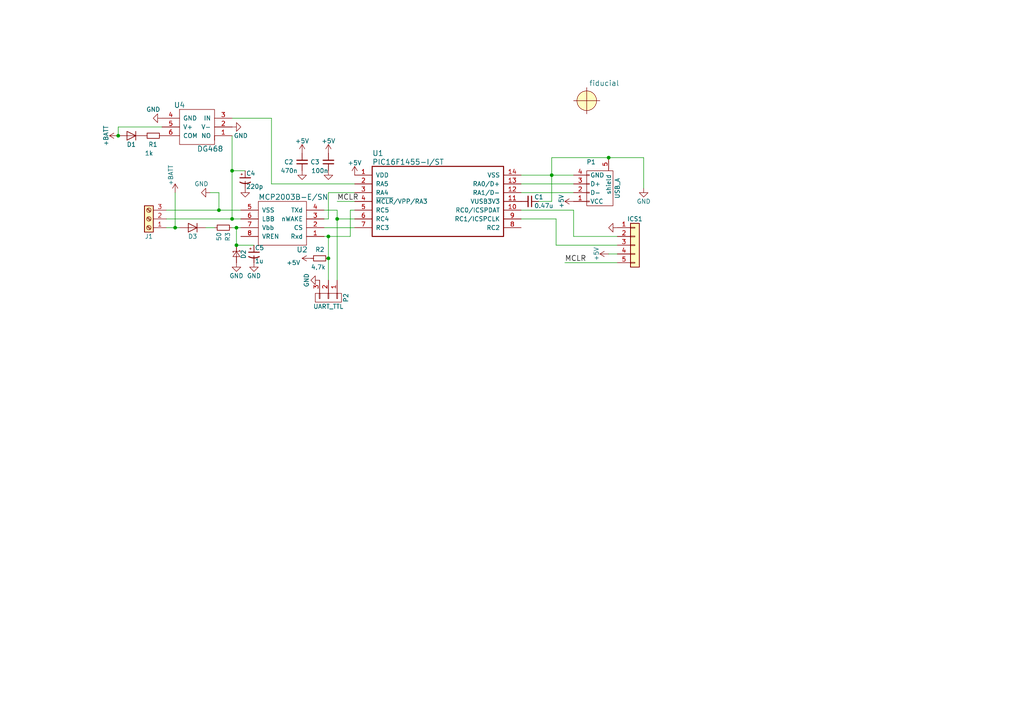
<source format=kicad_sch>
(kicad_sch (version 20220622) (generator eeschema)
  (paper "A4")
  (lib_symbols
    (symbol "uCLUCE_PCB-rescue:+5V" (power) (pin_names (offset 0))
      (property "Value" "+5V" (at 0 3.556 0))
      (symbol "+5V_0_1"
        (polyline (pts (xy -0.762 1.27) (xy 0 2.54)))
        (polyline (pts (xy 0 0) (xy 0 2.54)))
        (polyline (pts (xy 0 2.54) (xy 0.762 1.27)))
      )
      (symbol "+5V_1_1"
        (pin power_in line (at 0 0 90) (length 0) hide (name "+5V") (number "1"))
      )
    )
    (symbol "uCLUCE_PCB-rescue:+BATT" (power) (pin_names (offset 0))
      (property "Value" "+BATT" (at 0 3.556 0))
      (symbol "+BATT_0_1"
        (polyline (pts (xy -0.762 1.27) (xy 0 2.54)))
        (polyline (pts (xy 0 0) (xy 0 2.54)))
        (polyline (pts (xy 0 2.54) (xy 0.762 1.27)))
      )
      (symbol "+BATT_1_1"
        (pin power_in line (at 0 0 90) (length 0) hide (name "+BATT") (number "1"))
      )
    )
    (symbol "uCLUCE_PCB-rescue:CONN_01X03" (pin_names (offset 1.016) hide)
      (property "Reference" "P" (at 0 5.08 0))
      (property "Value" "CONN_01X03" (at 2.54 0 90))
      (symbol "CONN_01X03_0_1"
        (rectangle (start -1.27 -2.413) (end 0.254 -2.667))
        (rectangle (start -1.27 0.127) (end 0.254 -0.127))
        (rectangle (start -1.27 2.667) (end 0.254 2.413))
        (rectangle (start -1.27 3.81) (end 1.27 -3.81))
      )
      (symbol "CONN_01X03_1_1"
        (pin passive line (at -5.08 2.54 0) (length 3.81) (name "P1") (number "1"))
        (pin passive line (at -5.08 0 0) (length 3.81) (name "P2") (number "2"))
        (pin passive line (at -5.08 -2.54 0) (length 3.81) (name "P3") (number "3"))
      )
    )
    (symbol "uCLUCE_PCB-rescue:CP1_Small" (pin_numbers hide) (pin_names (offset 0.254) hide)
      (property "Reference" "C" (at 0.254 1.778 0))
      (property "Value" "CP1_Small" (at 0.254 -2.032 0))
      (symbol "CP1_Small_0_1"
        (arc (start -1.524 -0.762) (mid 0 -6.7386) (end 1.524 -0.762) (stroke (width 0.3048)))
        (polyline (pts (xy -1.524 0.508) (xy 1.524 0.508)) (stroke (width 0.3048)))
        (polyline (pts (xy -1.27 1.524) (xy -0.762 1.524)))
        (polyline (pts (xy -1.016 1.27) (xy -1.016 1.778)))
      )
      (symbol "CP1_Small_1_1"
        (pin passive line (at 0 2.54 270) (length 2.032) (name "~") (number "1"))
        (pin passive line (at 0 -2.54 90) (length 2.032) (name "~") (number "2"))
      )
    )
    (symbol "uCLUCE_PCB-rescue:C_Small" (pin_numbers hide) (pin_names (offset 0.254) hide)
      (property "Reference" "C" (at 0.254 1.778 0))
      (property "Value" "C_Small" (at 0.254 -2.032 0))
      (symbol "C_Small_0_1"
        (polyline (pts (xy -1.524 -0.508) (xy 1.524 -0.508)) (stroke (width 0.3302)))
        (polyline (pts (xy -1.524 0.508) (xy 1.524 0.508)) (stroke (width 0.3048)))
      )
      (symbol "C_Small_1_1"
        (pin passive line (at 0 2.54 270) (length 2.032) (name "~") (number "1"))
        (pin passive line (at 0 -2.54 90) (length 2.032) (name "~") (number "2"))
      )
    )
    (symbol "uCLUCE_PCB-rescue:Conn_01x05" (pin_names (offset 1.016) hide)
      (property "Reference" "J" (at 0 7.62 0))
      (property "Value" "Conn_01x05" (at 0 -7.62 0))
      (symbol "Conn_01x05_1_1"
        (rectangle (start -1.27 -4.953) (end 0 -5.207) (stroke (width 0.1524)))
        (rectangle (start -1.27 -2.413) (end 0 -2.667) (stroke (width 0.1524)))
        (rectangle (start -1.27 0.127) (end 0 -0.127) (stroke (width 0.1524)))
        (rectangle (start -1.27 2.667) (end 0 2.413) (stroke (width 0.1524)))
        (rectangle (start -1.27 5.207) (end 0 4.953) (stroke (width 0.1524)))
        (rectangle (start -1.27 6.35) (end 1.27 -6.35) (stroke (width 0.254)) (fill (type background)))
        (pin passive line (at -5.08 5.08 0) (length 3.81) (name "Pin_1") (number "1"))
        (pin passive line (at -5.08 2.54 0) (length 3.81) (name "Pin_2") (number "2"))
        (pin passive line (at -5.08 0 0) (length 3.81) (name "Pin_3") (number "3"))
        (pin passive line (at -5.08 -2.54 0) (length 3.81) (name "Pin_4") (number "4"))
        (pin passive line (at -5.08 -5.08 0) (length 3.81) (name "Pin_5") (number "5"))
      )
    )
    (symbol "uCLUCE_PCB-rescue:D" (pin_numbers hide) (pin_names (offset 1.016) hide)
      (property "Reference" "D" (at 0 2.54 0))
      (property "Value" "D" (at 0 -2.54 0))
      (symbol "D_0_1"
        (polyline (pts (xy -1.27 1.27) (xy -1.27 -1.27)) (stroke (width 0.2032)))
        (polyline (pts (xy 1.27 0) (xy -1.27 0)))
        (polyline (pts (xy 1.27 1.27) (xy 1.27 -1.27) (xy -1.27 0) (xy 1.27 1.27)) (stroke (width 0.2032)))
      )
      (symbol "D_1_1"
        (pin passive line (at -3.81 0 0) (length 2.54) (name "K") (number "1"))
        (pin passive line (at 3.81 0 180) (length 2.54) (name "A") (number "2"))
      )
    )
    (symbol "uCLUCE_PCB-rescue:DG468" (pin_names (offset 1.016))
      (property "Reference" "U" (at -3.81 7.62 0))
      (property "Value" "DG468" (at 5.08 -7.62 0))
      (symbol "DG468_0_1"
        (rectangle (start -5.08 3.81) (end -5.08 2.54))
        (rectangle (start -5.08 3.81) (end -5.08 3.81))
        (rectangle (start 5.08 -5.08) (end -5.08 5.08))
        (rectangle (start 5.08 -5.08) (end 5.08 -5.08))
      )
      (symbol "DG468_1_1"
        (pin input line (at -10.16 2.54 0) (length 5.08) (name "NO") (number "1"))
        (pin input line (at -10.16 0 0) (length 5.08) (name "V-") (number "2"))
        (pin input line (at -10.16 -2.54 0) (length 5.08) (name "IN") (number "3"))
        (pin input line (at 10.16 -2.54 180) (length 5.08) (name "GND") (number "4"))
        (pin input line (at 10.16 0 180) (length 5.08) (name "V+") (number "5"))
        (pin input line (at 10.16 2.54 180) (length 5.08) (name "COM") (number "6"))
      )
    )
    (symbol "uCLUCE_PCB-rescue:D_Schottky_Small" (pin_numbers hide) (pin_names (offset 0.254) hide)
      (property "Reference" "D" (at -1.27 2.032 0))
      (property "Value" "D_Schottky_Small" (at -7.112 -2.032 0))
      (symbol "D_Schottky_Small_0_1"
        (polyline (pts (xy -0.762 -1.016) (xy -0.762 1.016)))
        (polyline (pts (xy -0.762 0) (xy 0.762 0)))
        (polyline (pts (xy -0.762 -1.016) (xy -0.508 -1.016) (xy -0.508 -0.762)))
        (polyline (pts (xy -0.762 1.016) (xy -1.016 1.016) (xy -1.016 0.762)))
        (polyline (pts (xy 0.762 -1.016) (xy -0.762 0) (xy 0.762 1.016) (xy 0.762 -1.016)))
      )
      (symbol "D_Schottky_Small_1_1"
        (pin passive line (at -2.54 0 0) (length 1.778) (name "K") (number "1"))
        (pin passive line (at 2.54 0 180) (length 1.778) (name "A") (number "2"))
      )
    )
    (symbol "uCLUCE_PCB-rescue:GND" (power) (pin_names (offset 0))
      (property "Value" "GND" (at 0 -3.81 0))
      (symbol "GND_0_1"
        (polyline (pts (xy 0 0) (xy 0 -1.27) (xy 1.27 -1.27) (xy 0 -2.54) (xy -1.27 -1.27) (xy 0 -1.27)))
      )
      (symbol "GND_1_1"
        (pin power_in line (at 0 0 270) (length 0) hide (name "GND") (number "1"))
      )
    )
    (symbol "uCLUCE_PCB-rescue:MCP2003B" (pin_names (offset 1.016))
      (property "Reference" "U" (at 3.81 -10.16 0))
      (property "Value" "MCP2003B" (at 1.27 8.89 0))
      (symbol "MCP2003B_0_1"
        (rectangle (start -6.35 6.35) (end 7.62 -6.35))
      )
      (symbol "MCP2003B_1_1"
        (pin input line (at -11.43 3.81 0) (length 5.08) (name "Rxd") (number "1"))
        (pin input line (at -11.43 1.27 0) (length 5.08) (name "CS") (number "2"))
        (pin input line (at -11.43 -1.27 0) (length 5.08) (name "nWAKE") (number "3"))
        (pin input line (at -11.43 -3.81 0) (length 5.08) (name "TXd") (number "4"))
        (pin input line (at 12.7 -3.81 180) (length 5.08) (name "VSS") (number "5"))
        (pin input line (at 12.7 -1.27 180) (length 5.08) (name "LBB") (number "6"))
        (pin input line (at 12.7 1.27 180) (length 5.08) (name "Vbb") (number "7"))
        (pin input line (at 12.7 3.81 180) (length 5.08) (name "VREN") (number "8"))
      )
    )
    (symbol "uCLUCE_PCB-rescue:PIC16F1455-I{slash}ST" (pin_names (offset 1.016))
      (property "Reference" "U" (at 5.08 6.35 0))
      (property "Value" "PIC16F1455-I{slash}ST" (at 5.08 3.81 0))
      (symbol "PIC16F1455-I{slash}ST_1_1"
        (rectangle (start 5.08 2.54) (end 43.18 -17.78) (stroke (width 0.3048)))
        (pin power_in line (at 0 0 0) (length 5.08) (name "VDD") (number "1"))
        (pin bidirectional line (at 48.26 -10.16 180) (length 5.08) (name "RC0/ICSPDAT") (number "10"))
        (pin power_out line (at 48.26 -7.62 180) (length 5.08) (name "VUSB3V3") (number "11"))
        (pin bidirectional line (at 48.26 -5.08 180) (length 5.08) (name "RA1/D-") (number "12"))
        (pin bidirectional line (at 48.26 -2.54 180) (length 5.08) (name "RA0/D+") (number "13"))
        (pin power_in line (at 48.26 0 180) (length 5.08) (name "VSS") (number "14"))
        (pin bidirectional line (at 0 -2.54 0) (length 5.08) (name "RA5") (number "2"))
        (pin bidirectional line (at 0 -5.08 0) (length 5.08) (name "RA4") (number "3"))
        (pin bidirectional line (at 0 -7.62 0) (length 5.08) (name "~{MCLR}/VPP/RA3") (number "4"))
        (pin bidirectional line (at 0 -10.16 0) (length 5.08) (name "RC5") (number "5"))
        (pin bidirectional line (at 0 -12.7 0) (length 5.08) (name "RC4") (number "6"))
        (pin bidirectional line (at 0 -15.24 0) (length 5.08) (name "RC3") (number "7"))
        (pin bidirectional line (at 48.26 -15.24 180) (length 5.08) (name "RC2") (number "8"))
        (pin bidirectional line (at 48.26 -12.7 180) (length 5.08) (name "RC1/ICSPCLK") (number "9"))
      )
    )
    (symbol "uCLUCE_PCB-rescue:R_Small" (pin_numbers hide) (pin_names (offset 0.254) hide)
      (property "Reference" "R" (at 0.762 0.508 0))
      (property "Value" "R_Small" (at 0.762 -1.016 0))
      (symbol "R_Small_0_1"
        (rectangle (start -0.762 1.778) (end 0.762 -1.778) (stroke (width 0.2032)))
      )
      (symbol "R_Small_1_1"
        (pin passive line (at 0 2.54 270) (length 0.762) (name "~") (number "1"))
        (pin passive line (at 0 -2.54 90) (length 0.762) (name "~") (number "2"))
      )
    )
    (symbol "uCLUCE_PCB-rescue:Screw_Terminal_01x03" (pin_names (offset 1.016) hide)
      (property "Reference" "J" (at 0 5.08 0))
      (property "Value" "Screw_Terminal_01x03" (at 0 -5.08 0))
      (symbol "Screw_Terminal_01x03_1_1"
        (rectangle (start -1.27 3.81) (end 1.27 -3.81) (stroke (width 0.254)) (fill (type background)))
        (circle (center 0 -2.54) (radius 0.635) (stroke (width 0.1524)))
        (polyline (pts (xy -0.5334 -2.2098) (xy 0.3302 -3.048)) (stroke (width 0.1524)))
        (polyline (pts (xy -0.5334 0.3302) (xy 0.3302 -0.508)) (stroke (width 0.1524)))
        (polyline (pts (xy -0.5334 2.8702) (xy 0.3302 2.032)) (stroke (width 0.1524)))
        (polyline (pts (xy -0.3556 -2.032) (xy 0.508 -2.8702)) (stroke (width 0.1524)))
        (polyline (pts (xy -0.3556 0.508) (xy 0.508 -0.3302)) (stroke (width 0.1524)))
        (polyline (pts (xy -0.3556 3.048) (xy 0.508 2.2098)) (stroke (width 0.1524)))
        (circle (center 0 0) (radius 0.635) (stroke (width 0.1524)))
        (circle (center 0 2.54) (radius 0.635) (stroke (width 0.1524)))
        (pin passive line (at -5.08 2.54 0) (length 3.81) (name "Pin_1") (number "1"))
        (pin passive line (at -5.08 0 0) (length 3.81) (name "Pin_2") (number "2"))
        (pin passive line (at -5.08 -2.54 0) (length 3.81) (name "Pin_3") (number "3"))
      )
    )
    (symbol "uCLUCE_PCB-rescue:USB_A-RESCUE-uCLUCE_PCB" (pin_names (offset 1.016))
      (property "Reference" "P" (at 5.08 -5.08 0))
      (property "Value" "USB_A-RESCUE-uCLUCE_PCB" (at -1.27 5.08 0))
      (symbol "USB_A-RESCUE-uCLUCE_PCB_0_1"
        (rectangle (start -6.35 -3.81) (end 3.81 3.81))
        (rectangle (start -5.207 -3.81) (end -4.953 -3.048))
        (rectangle (start -2.667 -3.81) (end -2.413 -3.048))
        (rectangle (start -0.127 -3.81) (end 0.127 -3.048))
        (rectangle (start 2.413 -3.81) (end 2.667 -3.048))
      )
      (symbol "USB_A-RESCUE-uCLUCE_PCB_1_1"
        (pin power_in line (at -5.08 -7.62 90) (length 3.81) (name "VCC") (number "1"))
        (pin passive line (at -2.54 -7.62 90) (length 3.81) (name "D-") (number "2"))
        (pin passive line (at 0 -7.62 90) (length 3.81) (name "D+") (number "3"))
        (pin power_in line (at 2.54 -7.62 90) (length 3.81) (name "GND") (number "4"))
        (pin passive line (at 7.62 2.54 180) (length 3.81) (name "shield") (number "5"))
      )
    )
    (symbol "uCLUCE_PCB-rescue:fiducial" (pin_names (offset 1.016))
      (property "Value" "fiducial" (at 6.35 -6.35 0))
      (symbol "fiducial_0_1"
        (polyline (pts (xy -3.81 0) (xy 3.81 0)))
        (polyline (pts (xy 0 -3.81) (xy 0 3.81)))
        (circle (center 0 0) (radius 2.8448) (fill (type background)))
      )
    )
  )
  (junction (at 95.25 74.93))
  (junction (at 68.58 71.12))
  (junction (at 50.8 66.04))
  (junction (at 67.31 49.53))
  (junction (at 97.79 63.5))
  (junction (at 68.58 66.04))
  (junction (at 67.31 63.5))
  (junction (at 95.25 68.58))
  (junction (at 63.5 60.96))
  (junction (at 176.53 45.72))
  (junction (at 160.02 50.8))
  (junction (at 34.29 39.37))
  (wire (pts (xy 101.6 60.96) (xy 101.6 68.58)))
  (wire (pts (xy 78.74 34.29) (xy 78.74 53.34)))
  (wire (pts (xy 68.58 71.12) (xy 73.66 71.12)))
  (wire (pts (xy 67.31 63.5) (xy 69.85 63.5)))
  (wire (pts (xy 151.13 53.34) (xy 166.37 53.34)))
  (wire (pts (xy 102.87 60.96) (xy 101.6 60.96)))
  (wire (pts (xy 67.31 39.37) (xy 67.31 49.53)))
  (wire (pts (xy 160.02 58.42) (xy 160.02 50.8)))
  (wire (pts (xy 67.31 34.29) (xy 78.74 34.29)))
  (wire (pts (xy 48.26 60.96) (xy 63.5 60.96)))
  (wire (pts (xy 161.29 63.5) (xy 151.13 63.5)))
  (wire (pts (xy 161.29 71.12) (xy 179.07 71.12)))
  (wire (pts (xy 62.23 66.04) (xy 59.69 66.04)))
  (wire (pts (xy 97.79 60.96) (xy 97.79 63.5)))
  (wire (pts (xy 160.02 50.8) (xy 160.02 45.72)))
  (wire (pts (xy 151.13 50.8) (xy 160.02 50.8)))
  (wire (pts (xy 95.25 63.5) (xy 95.25 55.88)))
  (wire (pts (xy 63.5 60.96) (xy 63.5 55.88)))
  (wire (pts (xy 95.25 74.93) (xy 95.25 68.58)))
  (wire (pts (xy 166.37 68.58) (xy 179.07 68.58)))
  (wire (pts (xy 156.21 58.42) (xy 160.02 58.42)))
  (wire (pts (xy 179.07 73.66) (xy 176.53 73.66)))
  (wire (pts (xy 71.12 49.53) (xy 67.31 49.53)))
  (wire (pts (xy 46.99 36.83) (xy 34.29 36.83)))
  (wire (pts (xy 95.25 68.58) (xy 101.6 68.58)))
  (wire (pts (xy 102.87 58.42) (xy 97.79 58.42)))
  (wire (pts (xy 166.37 60.96) (xy 151.13 60.96)))
  (wire (pts (xy 97.79 63.5) (xy 102.87 63.5)))
  (wire (pts (xy 95.25 55.88) (xy 102.87 55.88)))
  (wire (pts (xy 163.83 76.2) (xy 179.07 76.2)))
  (wire (pts (xy 160.02 50.8) (xy 166.37 50.8)))
  (wire (pts (xy 68.58 66.04) (xy 69.85 66.04)))
  (wire (pts (xy 160.02 45.72) (xy 176.53 45.72)))
  (wire (pts (xy 48.26 63.5) (xy 67.31 63.5)))
  (wire (pts (xy 186.69 45.72) (xy 186.69 54.61)))
  (wire (pts (xy 97.79 63.5) (xy 97.79 81.28)))
  (wire (pts (xy 93.98 60.96) (xy 97.79 60.96)))
  (wire (pts (xy 166.37 68.58) (xy 166.37 60.96)))
  (wire (pts (xy 161.29 63.5) (xy 161.29 71.12)))
  (wire (pts (xy 67.31 49.53) (xy 67.31 63.5)))
  (wire (pts (xy 95.25 81.28) (xy 95.25 74.93)))
  (wire (pts (xy 63.5 60.96) (xy 69.85 60.96)))
  (wire (pts (xy 67.31 66.04) (xy 68.58 66.04)))
  (wire (pts (xy 93.98 66.04) (xy 102.87 66.04)))
  (wire (pts (xy 151.13 55.88) (xy 166.37 55.88)))
  (wire (pts (xy 176.53 45.72) (xy 186.69 45.72)))
  (wire (pts (xy 93.98 68.58) (xy 95.25 68.58)))
  (wire (pts (xy 93.98 63.5) (xy 95.25 63.5)))
  (wire (pts (xy 68.58 66.04) (xy 68.58 71.12)))
  (wire (pts (xy 50.8 66.04) (xy 52.07 66.04)))
  (wire (pts (xy 48.26 66.04) (xy 50.8 66.04)))
  (wire (pts (xy 34.29 36.83) (xy 34.29 39.37)))
  (wire (pts (xy 50.8 55.88) (xy 50.8 66.04)))
  (wire (pts (xy 63.5 55.88) (xy 60.96 55.88)))
  (wire (pts (xy 78.74 53.34) (xy 102.87 53.34)))
  (label "MCLR" (at 97.79 58.42 0) (effects (font (size 1.524 1.524))))
  (label "MCLR" (at 163.83 76.2 0) (effects (font (size 1.524 1.524))))
  (symbol (lib_id "uCLUCE_PCB-rescue:MCP2003B") (at 82.55 64.77 180) (unit 1)
    (default_instance (reference "U") (unit 1) (value "") (footprint ""))
    (property "Reference" "U2" (at 87.63 72.39 0) (effects (font (size 1.524 1.524))))
    (property "Value" "MCP2003B-E/SN" (at 85.09 57.15 0) (effects (font (size 1.524 1.524))))
    (property "Footprint" "Housings_SOIC:SOIC-8_3.9x4.9mm_Pitch1.27mm" (effects hide))
    (property "1st Disrtib Link" "https://octopart.com/mcp2003b-e%2Fsn-microchip-67312985" (effects hide))
  )
  (symbol (lib_id "uCLUCE_PCB-rescue:PIC16F1455-I{slash}ST") (at 102.87 50.8 0) (unit 1)
    (default_instance (reference "U") (unit 1) (value "") (footprint ""))
    (property "Reference" "U1" (at 107.95 44.45 0) (effects (font (size 1.524 1.524)) (justify left)))
    (property "Value" "PIC16F1455-I/ST" (at 107.95 46.99 0) (effects (font (size 1.524 1.524)) (justify left)))
    (property "Footprint" "Housings_SSOP:TSSOP-14_4.4x5mm_Pitch0.65mm" (effects hide))
    (property "1st Disrtib Link" "https://octopart.com/search?q=PIC16F1455-I%2FST" (effects hide))
  )
  (symbol (lib_id "uCLUCE_PCB-rescue:USB_A-RESCUE-uCLUCE_PCB") (at 173.99 53.34 270) (mirror x) (unit 1)
    (default_instance (reference "U") (unit 1) (value "") (footprint ""))
    (property "Reference" "P1" (at 171.45 46.99 90))
    (property "Value" "USB_A" (at 179.07 54.61 0))
    (property "Footprint" "uCLUCE_PCB:USB_A_DS1097" (effects hide))
    (property "1st Disrtib Link" "https://www.maritex.com.pl/zlacza/zlacza_usb_hdmi_ieee/zlacza_i_kable_usb/wtyk_usb_1xa4_katowy/usbp1arw-cv.html" (effects hide))
  )
  (symbol (lib_id "uCLUCE_PCB-rescue:C_Small") (at 153.67 58.42 270) (unit 1)
    (default_instance (reference "U") (unit 1) (value "") (footprint ""))
    (property "Reference" "C1" (at 154.94 57.15 90) (effects (justify left)))
    (property "Value" "0.47u" (at 154.94 59.69 90) (effects (justify left)))
    (property "Footprint" "Capacitors_SMD:C_0603" (effects hide))
    (property "1st Disrtib Link" "https://www.maritex.com.pl/elementy_pasywne/kondensatory/kondensatory_ceramiczne/smd_0603/dielektryk_x7r_lub_x5r/cmc0603-470n-kx25-s.html" (effects hide))
  )
  (symbol (lib_id "uCLUCE_PCB-rescue:GND") (at 186.69 54.61 0) (unit 1)
    (default_instance (reference "U") (unit 1) (value "") (footprint ""))
    (property "Reference" "#PWR19" (effects hide))
    (property "Value" "GND" (at 186.69 58.42 0))
  )
  (symbol (lib_id "uCLUCE_PCB-rescue:+5V") (at 176.53 73.66 90) (unit 1)
    (default_instance (reference "U") (unit 1) (value "") (footprint ""))
    (property "Reference" "#PWR17" (effects hide))
    (property "Value" "+5V" (at 172.974 73.66 0))
  )
  (symbol (lib_id "uCLUCE_PCB-rescue:+5V") (at 102.87 50.8 0) (unit 1)
    (default_instance (reference "U") (unit 1) (value "") (footprint ""))
    (property "Reference" "#PWR15" (effects hide))
    (property "Value" "+5V" (at 102.87 47.244 0))
  )
  (symbol (lib_id "uCLUCE_PCB-rescue:+BATT") (at 50.8 55.88 0) (unit 1)
    (default_instance (reference "U") (unit 1) (value "") (footprint ""))
    (property "Reference" "#PWR3" (effects hide))
    (property "Value" "+BATT" (at 49.53 50.8 90))
  )
  (symbol (lib_id "uCLUCE_PCB-rescue:GND") (at 60.96 55.88 270) (unit 1)
    (default_instance (reference "U") (unit 1) (value "") (footprint ""))
    (property "Reference" "#PWR4" (effects hide))
    (property "Value" "GND" (at 58.42 53.34 90))
  )
  (symbol (lib_id "uCLUCE_PCB-rescue:Screw_Terminal_01x03") (at 43.18 63.5 180) (unit 1)
    (default_instance (reference "U") (unit 1) (value "") (footprint ""))
    (property "Reference" "J1" (at 43.18 68.58 0))
    (property "Value" "Screw_Terminal_01x03" (effects hide))
    (property "Footprint" "Connectors:AK300-3" (effects hide))
    (property "1st Disrtib Link" "https://www.maritex.com.pl/zlacza/listwy_zaciskowe/listwy_zaciskowe_standard_nierozlaczalne/listwy_zaciskowe_pionowe_z_okraglym_otworem_w_rastrze_5_00mm/tbo5003s-1bk.html" (effects hide))
  )
  (symbol (lib_id "uCLUCE_PCB-rescue:Conn_01x05") (at 184.15 71.12 0) (unit 1)
    (default_instance (reference "U") (unit 1) (value "") (footprint ""))
    (property "Reference" "ICS1" (at 184.15 63.5 0))
    (property "Value" "Conn_01x05" (effects hide))
    (property "Footprint" "Pin_Headers:Pin_Header_Straight_1x05_Pitch2.54mm" (effects hide))
  )
  (symbol (lib_id "uCLUCE_PCB-rescue:GND") (at 179.07 66.04 270) (unit 1)
    (default_instance (reference "U") (unit 1) (value "") (footprint ""))
    (property "Reference" "#PWR18" (effects hide))
    (property "Value" "GND" (effects hide))
  )
  (symbol (lib_id "uCLUCE_PCB-rescue:C_Small") (at 87.63 46.99 180) (unit 1)
    (default_instance (reference "U") (unit 1) (value "") (footprint ""))
    (property "Reference" "C2" (at 85.09 46.99 0) (effects (justify left)))
    (property "Value" "470n" (at 86.36 49.53 0) (effects (justify left)))
    (property "Footprint" "Capacitors_SMD:C_0603" (effects hide))
    (property "1st Disrtib Link" "https://www.maritex.com.pl/elementy_pasywne/kondensatory/kondensatory_ceramiczne/smd_0603/dielektryk_x7r_lub_x5r/cmc0603-470n-kx25-s.html" (effects hide))
  )
  (symbol (lib_id "uCLUCE_PCB-rescue:+5V") (at 87.63 44.45 0) (unit 1)
    (default_instance (reference "U") (unit 1) (value "") (footprint ""))
    (property "Reference" "#PWR9" (effects hide))
    (property "Value" "+5V" (at 87.63 40.894 0))
  )
  (symbol (lib_id "uCLUCE_PCB-rescue:GND") (at 87.63 49.53 0) (unit 1)
    (default_instance (reference "U") (unit 1) (value "") (footprint ""))
    (property "Reference" "#PWR10" (effects hide))
    (property "Value" "GND" (effects hide))
  )
  (symbol (lib_id "uCLUCE_PCB-rescue:+5V") (at 95.25 44.45 0) (unit 1)
    (default_instance (reference "U") (unit 1) (value "") (footprint ""))
    (property "Reference" "#PWR13" (effects hide))
    (property "Value" "+5V" (at 95.25 40.894 0))
  )
  (symbol (lib_id "uCLUCE_PCB-rescue:GND") (at 95.25 49.53 0) (unit 1)
    (default_instance (reference "U") (unit 1) (value "") (footprint ""))
    (property "Reference" "#PWR14" (effects hide))
    (property "Value" "GND" (effects hide))
  )
  (symbol (lib_id "uCLUCE_PCB-rescue:R_Small") (at 44.45 39.37 90) (unit 1)
    (default_instance (reference "U") (unit 1) (value "") (footprint ""))
    (property "Reference" "R1" (at 45.72 41.91 90) (effects (justify left)))
    (property "Value" "1k" (at 44.45 44.45 90) (effects (justify left)))
    (property "Footprint" "Resistors_SMD:R_0603" (effects hide))
    (property "1st Disrtib Link" "https://www.maritex.com.pl/elementy_pasywne/rezystory/rezystory_smd/rezystory_smd_0603/rezystory_smd_w_rozmiarze_0603_w_tolerancji_5/rmc0603-1k0-s.html" (effects hide))
  )
  (symbol (lib_id "uCLUCE_PCB-rescue:+5V") (at 166.37 58.42 90) (unit 1)
    (default_instance (reference "U") (unit 1) (value "") (footprint ""))
    (property "Reference" "#PWR16" (effects hide))
    (property "Value" "+5V" (at 162.814 58.42 0))
  )
  (symbol (lib_id "uCLUCE_PCB-rescue:+BATT") (at 34.29 39.37 90) (unit 1)
    (default_instance (reference "U") (unit 1) (value "") (footprint ""))
    (property "Reference" "#PWR1" (effects hide))
    (property "Value" "+BATT" (at 30.734 39.37 0))
  )
  (symbol (lib_id "uCLUCE_PCB-rescue:C_Small") (at 95.25 46.99 180) (unit 1)
    (default_instance (reference "U") (unit 1) (value "") (footprint ""))
    (property "Reference" "C3" (at 92.71 46.99 0) (effects (justify left)))
    (property "Value" "100n" (at 95.25 49.53 0) (effects (justify left)))
    (property "Footprint" "Capacitors_SMD:C_0603" (effects hide))
    (property "1st Disrtib Link" "https://www.maritex.com.pl/elementy_pasywne/kondensatory/kondensatory_ceramiczne/smd_0603/dielektryk_x7r_lub_x5r/cmc0603-100n-kx16-s.html" (effects hide))
  )
  (symbol (lib_id "uCLUCE_PCB-rescue:R_Small") (at 92.71 74.93 270) (unit 1)
    (default_instance (reference "U") (unit 1) (value "") (footprint ""))
    (property "Reference" "R2" (at 91.44 72.39 90) (effects (justify left)))
    (property "Value" "4,7k" (at 90.17 77.47 90) (effects (justify left)))
    (property "Footprint" "Resistors_SMD:R_0603" (effects hide))
    (property "1st Disrtib Link" "https://www.maritex.com.pl/elementy_pasywne/rezystory/rezystory_smd/rezystory_smd_0603/rezystory_smd_0603_w_tolerancji_1/rmc0603-4k7-1-y.html" (effects hide))
  )
  (symbol (lib_id "uCLUCE_PCB-rescue:+5V") (at 90.17 74.93 90) (unit 1)
    (default_instance (reference "U") (unit 1) (value "") (footprint ""))
    (property "Reference" "#PWR11" (effects hide))
    (property "Value" "+5V" (at 85.09 76.2 90))
  )
  (symbol (lib_id "uCLUCE_PCB-rescue:GND") (at 71.12 54.61 0) (unit 1)
    (default_instance (reference "U") (unit 1) (value "") (footprint ""))
    (property "Reference" "#PWR7" (effects hide))
    (property "Value" "GND" (effects hide))
  )
  (symbol (lib_id "uCLUCE_PCB-rescue:CP1_Small") (at 73.66 73.66 0) (unit 1)
    (default_instance (reference "U") (unit 1) (value "") (footprint ""))
    (property "Reference" "C5" (at 73.914 71.882 0) (effects (justify left)))
    (property "Value" "1u" (at 73.914 75.692 0) (effects (justify left)))
    (property "Footprint" "Capacitors_SMD:C_0603" (effects hide))
    (property "1st Disrtib Link" "https://www.maritex.com.pl/elementy_pasywne/kondensatory/kondensatory_ceramiczne/smd_0603/dielektryk_x7r_lub_x5r/cmc0603-1000n-kx16-s.html" (effects hide))
  )
  (symbol (lib_id "uCLUCE_PCB-rescue:CP1_Small") (at 71.12 52.07 0) (unit 1)
    (default_instance (reference "U") (unit 1) (value "") (footprint ""))
    (property "Reference" "C4" (at 71.374 50.292 0) (effects (justify left)))
    (property "Value" "220p" (at 71.374 54.102 0) (effects (justify left)))
    (property "Footprint" "Capacitors_SMD:C_0603" (effects hide))
    (property "1st Disrtib Link" "https://www.maritex.com.pl/elementy_pasywne/kondensatory/kondensatory_ceramiczne/smd_0603/dielektryk_x7r_lub_x5r/cmc0603-680p-kx16-f.html" (effects hide))
  )
  (symbol (lib_id "uCLUCE_PCB-rescue:D_Schottky_Small") (at 68.58 73.66 270) (unit 1)
    (default_instance (reference "U") (unit 1) (value "") (footprint ""))
    (property "Reference" "D2" (at 70.612 72.39 0) (effects (justify left)))
    (property "Value" "D_Schottky_Small" (effects hide))
    (property "Footprint" "Diodes_SMD:D_SMA" (effects hide))
    (property "1st Disrtib Link" "https://www.tme.eu/pl/details/b160-13-f/diody-schottky-smd/diodes-incorporated/" (effects hide))
  )
  (symbol (lib_id "uCLUCE_PCB-rescue:D") (at 38.1 39.37 180) (unit 1)
    (default_instance (reference "U") (unit 1) (value "") (footprint ""))
    (property "Reference" "D1" (at 38.1 41.91 0))
    (property "Value" "SMBD914E6327HTSA1" (effects hide))
    (property "Footprint" "Diodes_SMD:D_SOT-23_ANK" (effects hide))
    (property "1st Disrtib Link" "https://www.tme.eu/pl/details/smbd914e6327htsa1/diody-uniwersalne-smd/infineon-technologies/" (effects hide))
  )
  (symbol (lib_id "uCLUCE_PCB-rescue:GND") (at 68.58 76.2 0) (unit 1)
    (default_instance (reference "U") (unit 1) (value "") (footprint ""))
    (property "Reference" "#PWR6" (effects hide))
    (property "Value" "GND" (at 68.58 80.01 0))
  )
  (symbol (lib_id "uCLUCE_PCB-rescue:R_Small") (at 64.77 66.04 270) (unit 1)
    (default_instance (reference "U") (unit 1) (value "") (footprint ""))
    (property "Reference" "R3" (at 66.04 67.31 0) (effects (justify left)))
    (property "Value" "50" (at 63.5 67.31 0) (effects (justify left)))
    (property "Footprint" "Resistors_SMD:R_0603" (effects hide))
    (property "1st Disrtib Link" "https://www.maritex.com.pl/elementy_pasywne/rezystory/rezystory_smd/rezystory_smd_0603/rezystory_smd_w_rozmiarze_0603_w_tolerancji_5/rmc0603-51r-y.html" (effects hide))
  )
  (symbol (lib_id "uCLUCE_PCB-rescue:GND") (at 73.66 76.2 0) (unit 1)
    (default_instance (reference "U") (unit 1) (value "") (footprint ""))
    (property "Reference" "#PWR8" (effects hide))
    (property "Value" "GND" (at 73.66 80.01 0))
  )
  (symbol (lib_id "uCLUCE_PCB-rescue:D") (at 55.88 66.04 180) (unit 1)
    (default_instance (reference "U") (unit 1) (value "") (footprint ""))
    (property "Reference" "D3" (at 55.88 68.58 0))
    (property "Value" "SMBD914E6327HTSA1" (effects hide))
    (property "Footprint" "Diodes_SMD:D_SOT-23_ANK" (effects hide))
    (property "1st Disrtib Link" "https://www.tme.eu/pl/details/smbd914e6327htsa1/diody-uniwersalne-smd/infineon-technologies/" (effects hide))
  )
  (symbol (lib_id "uCLUCE_PCB-rescue:fiducial") (at 170.18 29.21 0) (unit 1)
    (default_instance (reference "U") (unit 1) (value "") (footprint ""))
    (property "Reference" "U3" (effects hide))
    (property "Value" "fiducial" (at 175.26 24.13 0) (effects (font (size 1.524 1.524))))
    (property "Footprint" "Fiducials:Fiducial_1mm_Dia_2.54mm_Outer_CopperBottom" (effects hide))
  )
  (symbol (lib_id "uCLUCE_PCB-rescue:CONN_01X03") (at 95.25 86.36 270) (unit 1)
    (default_instance (reference "U") (unit 1) (value "") (footprint ""))
    (property "Reference" "P2" (at 100.33 86.36 0))
    (property "Value" "UART_TTL" (at 95.25 88.9 90))
    (property "Footprint" "Pin_Headers:Pin_Header_Straight_1x03_Pitch2.54mm" (effects hide))
  )
  (symbol (lib_id "uCLUCE_PCB-rescue:GND") (at 92.71 81.28 270) (unit 1)
    (default_instance (reference "U") (unit 1) (value "") (footprint ""))
    (property "Reference" "#PWR12" (effects hide))
    (property "Value" "GND" (at 88.9 81.28 0))
  )
  (symbol (lib_id "uCLUCE_PCB-rescue:DG468") (at 57.15 36.83 180) (unit 1)
    (default_instance (reference "U") (unit 1) (value "") (footprint ""))
    (property "Reference" "U4" (at 52.07 30.48 0) (effects (font (size 1.524 1.524))))
    (property "Value" "DG468" (at 60.96 43.18 0) (effects (font (size 1.524 1.524))))
    (property "Footprint" "uCLUCE_PCB:TSOP6" (effects hide))
  )
  (symbol (lib_id "uCLUCE_PCB-rescue:GND") (at 46.99 34.29 270) (unit 1)
    (default_instance (reference "U") (unit 1) (value "") (footprint ""))
    (property "Reference" "#PWR2" (effects hide))
    (property "Value" "GND" (at 44.45 31.75 90))
  )
  (symbol (lib_id "uCLUCE_PCB-rescue:GND") (at 67.31 36.83 90) (unit 1)
    (default_instance (reference "U") (unit 1) (value "") (footprint ""))
    (property "Reference" "#PWR5" (effects hide))
    (property "Value" "GND" (at 69.85 39.37 90))
  )
)
</source>
